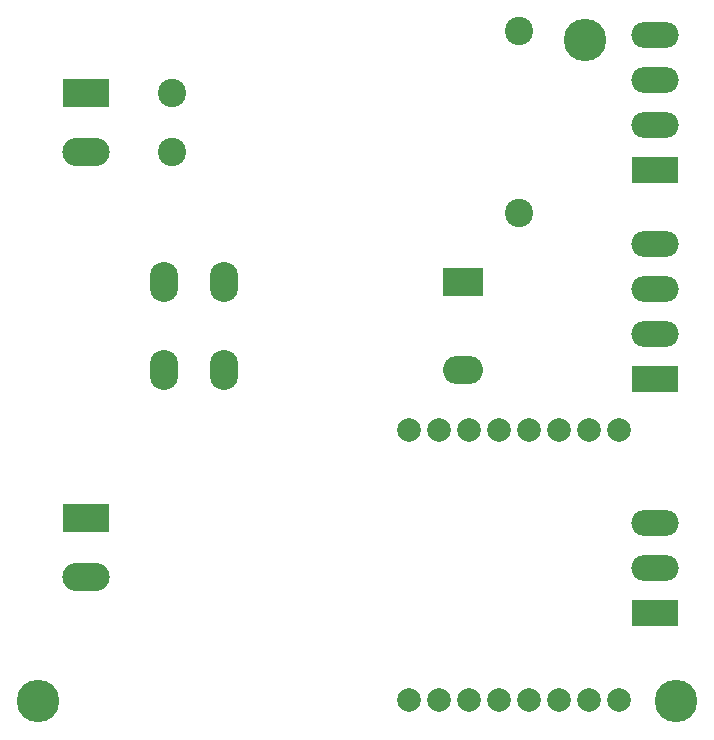
<source format=gbs>
G04 #@! TF.GenerationSoftware,KiCad,Pcbnew,5.0-dev-unknown-9241a39~61~ubuntu17.10.1*
G04 #@! TF.CreationDate,2018-04-12T19:06:24+02:00*
G04 #@! TF.ProjectId,power_monitor,706F7765725F6D6F6E69746F722E6B69,rev?*
G04 #@! TF.SameCoordinates,Original*
G04 #@! TF.FileFunction,Soldermask,Bot*
G04 #@! TF.FilePolarity,Negative*
%FSLAX46Y46*%
G04 Gerber Fmt 4.6, Leading zero omitted, Abs format (unit mm)*
G04 Created by KiCad (PCBNEW 5.0-dev-unknown-9241a39~61~ubuntu17.10.1) date Thu Apr 12 19:06:24 2018*
%MOMM*%
%LPD*%
G01*
G04 APERTURE LIST*
%ADD10C,2.400000*%
%ADD11C,3.600000*%
%ADD12R,3.400000X2.400000*%
%ADD13O,3.400000X2.400000*%
%ADD14O,2.400000X3.400000*%
%ADD15C,2.000000*%
%ADD16R,4.000000X2.200000*%
%ADD17O,4.000000X2.200000*%
%ADD18R,4.000000X2.400000*%
%ADD19O,4.000000X2.400000*%
G04 APERTURE END LIST*
D10*
X56300000Y-43500000D03*
X56300000Y-48500000D03*
X85700000Y-38300000D03*
X85700000Y-53700000D03*
D11*
X45000000Y-95000000D03*
X99000000Y-95000000D03*
X91250000Y-39000000D03*
D12*
X81000000Y-59500000D03*
D13*
X81000000Y-67000000D03*
D14*
X60700000Y-59500000D03*
X55660000Y-67000000D03*
X60700000Y-67000000D03*
X55660000Y-59500000D03*
D15*
X94140000Y-94930000D03*
X91600000Y-94930000D03*
X89060000Y-94930000D03*
X86520000Y-94930000D03*
X83980000Y-94930000D03*
X81440000Y-94930000D03*
X78900000Y-94930000D03*
X76360000Y-94930000D03*
X76360000Y-72070000D03*
X78900000Y-72070000D03*
X81440000Y-72070000D03*
X83980000Y-72070000D03*
X86520000Y-72070000D03*
X89060000Y-72070000D03*
X91600000Y-72070000D03*
X94140000Y-72070000D03*
D16*
X97250000Y-67750000D03*
D17*
X97250000Y-63940000D03*
X97250000Y-60130000D03*
X97250000Y-56320000D03*
X97250000Y-38570000D03*
X97250000Y-42380000D03*
X97250000Y-46190000D03*
D16*
X97250000Y-50000000D03*
X97250000Y-87500000D03*
D17*
X97250000Y-83690000D03*
X97250000Y-79880000D03*
D18*
X49000000Y-43500000D03*
D19*
X49000000Y-48500000D03*
X49000000Y-84500000D03*
D18*
X49000000Y-79500000D03*
M02*

</source>
